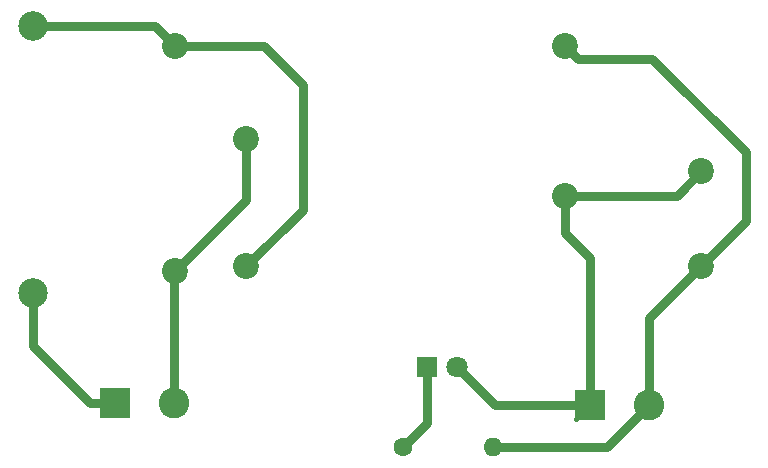
<source format=gbr>
%TF.GenerationSoftware,KiCad,Pcbnew,(5.0.2-5)-5*%
%TF.CreationDate,2019-04-17T13:51:17+02:00*%
%TF.ProjectId,PowerSupply,506f7765-7253-4757-9070-6c792e6b6963,rev?*%
%TF.SameCoordinates,Original*%
%TF.FileFunction,Copper,L2,Bot*%
%TF.FilePolarity,Positive*%
%FSLAX46Y46*%
G04 Gerber Fmt 4.6, Leading zero omitted, Abs format (unit mm)*
G04 Created by KiCad (PCBNEW (5.0.2-5)-5) date 2019 April 17, Wednesday 13:51:17*
%MOMM*%
%LPD*%
G01*
G04 APERTURE LIST*
%ADD10C,2.200000*%
%ADD11C,2.500000*%
%ADD12C,2.600000*%
%ADD13R,2.600000X2.600000*%
%ADD14C,1.800000*%
%ADD15R,1.800000X1.800000*%
%ADD16O,1.600000X1.600000*%
%ADD17C,1.600000*%
%ADD18C,0.800000*%
%ADD19C,0.400000*%
G04 APERTURE END LIST*
D10*
X145930000Y-83780000D03*
X145930000Y-94530000D03*
X184430000Y-94530000D03*
X184430000Y-86530000D03*
D11*
X127880000Y-96820000D03*
X127880000Y-74220000D03*
D12*
X139800000Y-106100000D03*
D13*
X134800000Y-106100000D03*
D12*
X180040000Y-106300000D03*
D13*
X175040000Y-106300000D03*
D10*
X139900000Y-94950000D03*
X139900000Y-75900000D03*
X172920000Y-75900000D03*
X172920000Y-88600000D03*
D14*
X163800000Y-103100000D03*
D15*
X161260000Y-103100000D03*
D16*
X166820000Y-109900000D03*
D17*
X159200000Y-109900000D03*
D18*
X139800000Y-95050000D02*
X139900000Y-94950000D01*
X139800000Y-106100000D02*
X139800000Y-95050000D01*
X145930000Y-88920000D02*
X139900000Y-94950000D01*
X145930000Y-83780000D02*
X145930000Y-88920000D01*
X180040000Y-98920000D02*
X184430000Y-94530000D01*
X180040000Y-106300000D02*
X180040000Y-98920000D01*
X174019999Y-76999999D02*
X180299999Y-76999999D01*
X188200000Y-84900000D02*
X188200000Y-90760000D01*
X188200000Y-90760000D02*
X184430000Y-94530000D01*
X180299999Y-76999999D02*
X188200000Y-84900000D01*
X172920000Y-75900000D02*
X174019999Y-76999999D01*
X166820000Y-109900000D02*
X176440000Y-109900000D01*
X176440000Y-109900000D02*
X180040000Y-106300000D01*
X138220000Y-74220000D02*
X139900000Y-75900000D01*
X127880000Y-74220000D02*
X138220000Y-74220000D01*
X139900000Y-75900000D02*
X147400000Y-75900000D01*
X147400000Y-75900000D02*
X150700000Y-79200000D01*
X150700000Y-89760000D02*
X145930000Y-94530000D01*
X150700000Y-79200000D02*
X150700000Y-89760000D01*
X127880000Y-101280000D02*
X132700000Y-106100000D01*
X132700000Y-106100000D02*
X134800000Y-106100000D01*
X127880000Y-96820000D02*
X127880000Y-101280000D01*
X182360000Y-88600000D02*
X184430000Y-86530000D01*
X172920000Y-88600000D02*
X182360000Y-88600000D01*
X172920000Y-88600000D02*
X172920000Y-91720000D01*
X172920000Y-91720000D02*
X175040000Y-93840000D01*
X175040000Y-93840000D02*
X175040000Y-106300000D01*
D19*
X173840000Y-107500000D02*
X175040000Y-106300000D01*
D18*
X167000000Y-106300000D02*
X175040000Y-106300000D01*
X163800000Y-103100000D02*
X167000000Y-106300000D01*
X161260000Y-107840000D02*
X159200000Y-109900000D01*
X161260000Y-103100000D02*
X161260000Y-107840000D01*
M02*

</source>
